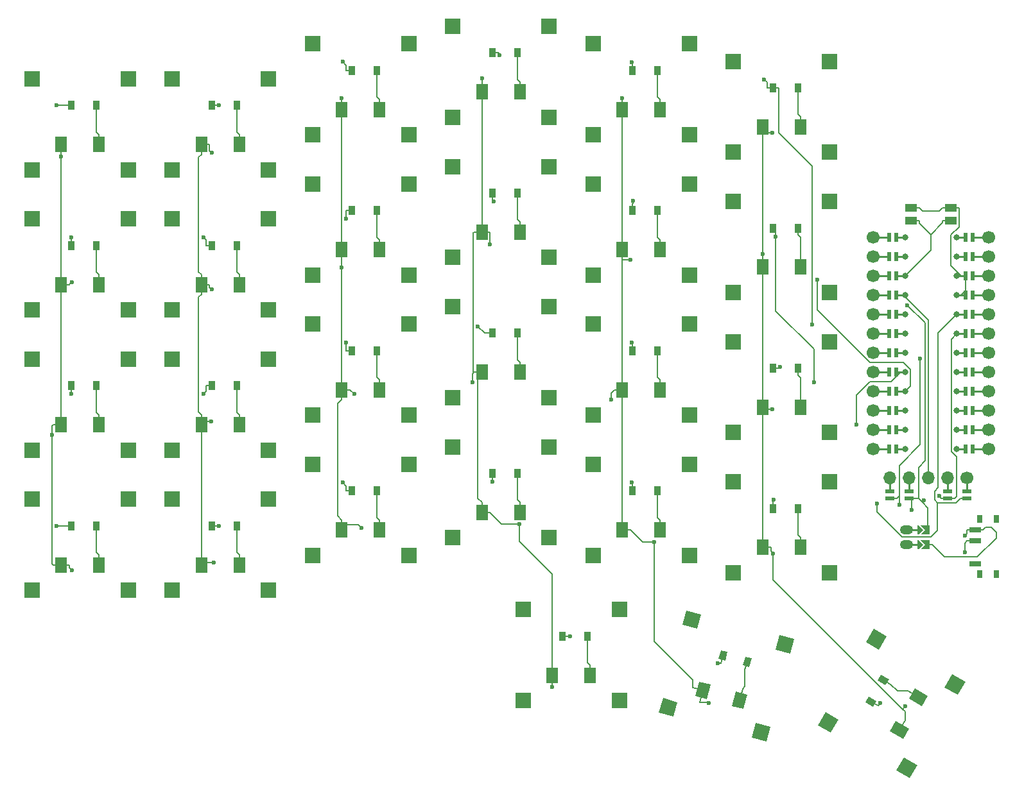
<source format=gtl>
G04 #@! TF.GenerationSoftware,KiCad,Pcbnew,8.0.8+1*
G04 #@! TF.CreationDate,2025-03-02T13:35:21+00:00*
G04 #@! TF.ProjectId,zeph_wireless_autorouted,7a657068-5f77-4697-9265-6c6573735f61,0.2*
G04 #@! TF.SameCoordinates,Original*
G04 #@! TF.FileFunction,Copper,L1,Top*
G04 #@! TF.FilePolarity,Positive*
%FSLAX46Y46*%
G04 Gerber Fmt 4.6, Leading zero omitted, Abs format (unit mm)*
G04 Created by KiCad (PCBNEW 8.0.8+1) date 2025-03-02 13:35:21*
%MOMM*%
%LPD*%
G01*
G04 APERTURE LIST*
G04 #@! TA.AperFunction,SMDPad,CuDef*
%ADD10R,0.900000X1.200000*%
G04 #@! TD*
G04 #@! TA.AperFunction,SMDPad,CuDef*
%ADD11R,1.550000X2.000000*%
G04 #@! TD*
G04 #@! TA.AperFunction,SMDPad,CuDef*
%ADD12R,2.000000X2.000000*%
G04 #@! TD*
G04 #@! TA.AperFunction,ComponentPad*
%ADD13O,1.700000X1.700000*%
G04 #@! TD*
G04 #@! TA.AperFunction,ComponentPad*
%ADD14C,1.700000*%
G04 #@! TD*
G04 #@! TA.AperFunction,SMDPad,CuDef*
%ADD15R,1.200000X0.600000*%
G04 #@! TD*
G04 #@! TA.AperFunction,SMDPad,CuDef*
%ADD16R,1.550000X1.000000*%
G04 #@! TD*
G04 #@! TA.AperFunction,SMDPad,CuDef*
%ADD17R,0.800000X1.000000*%
G04 #@! TD*
G04 #@! TA.AperFunction,SMDPad,CuDef*
%ADD18R,1.500000X0.700000*%
G04 #@! TD*
G04 #@! TA.AperFunction,SMDPad,CuDef*
%ADD19R,0.600000X1.200000*%
G04 #@! TD*
G04 #@! TA.AperFunction,ComponentPad*
%ADD20C,0.800000*%
G04 #@! TD*
G04 #@! TA.AperFunction,ComponentPad*
%ADD21O,1.750000X1.200000*%
G04 #@! TD*
G04 #@! TA.AperFunction,ViaPad*
%ADD22C,0.600000*%
G04 #@! TD*
G04 #@! TA.AperFunction,Conductor*
%ADD23C,0.200000*%
G04 #@! TD*
G04 #@! TA.AperFunction,Conductor*
%ADD24C,0.250000*%
G04 #@! TD*
G04 APERTURE END LIST*
D10*
X191350000Y-95187500D03*
X194650000Y-95187500D03*
D11*
X171500000Y-61025000D03*
X176500000Y-61025000D03*
D12*
X167650000Y-52375000D03*
X167650000Y-64375000D03*
X180350000Y-52375000D03*
X180350000Y-64375000D03*
D10*
X172850000Y-74375000D03*
X176150000Y-74375000D03*
D11*
X190000000Y-81837500D03*
X195000000Y-81837500D03*
D12*
X186150000Y-73187500D03*
X186150000Y-85187500D03*
X198850000Y-73187500D03*
X198850000Y-85187500D03*
D11*
X134500000Y-98025000D03*
X139500000Y-98025000D03*
D12*
X130650000Y-89375000D03*
X130650000Y-101375000D03*
X143350000Y-89375000D03*
X143350000Y-101375000D03*
D11*
X171500000Y-42525000D03*
X176500000Y-42525000D03*
D12*
X167650000Y-33875000D03*
X167650000Y-45875000D03*
X180350000Y-33875000D03*
X180350000Y-45875000D03*
D10*
X172850000Y-92875000D03*
X176150000Y-92875000D03*
D13*
X206817000Y-91200000D03*
X209357000Y-91200000D03*
X211897000Y-91200000D03*
X214437000Y-91200000D03*
D14*
X216977000Y-91200000D03*
D15*
X206817000Y-93850000D03*
X209357000Y-93850000D03*
X214437000Y-93850000D03*
X216977000Y-93850000D03*
X206817000Y-92950000D03*
X209357000Y-92950000D03*
X214437000Y-92950000D03*
X216977000Y-92950000D03*
D10*
X154350000Y-35062500D03*
X157650000Y-35062500D03*
X98850000Y-42000000D03*
X102150000Y-42000000D03*
X191350000Y-58187500D03*
X194650000Y-58187500D03*
X172850000Y-37375000D03*
X176150000Y-37375000D03*
X135850000Y-55875000D03*
X139150000Y-55875000D03*
D11*
X134500000Y-79525000D03*
X139500000Y-79525000D03*
D12*
X130650000Y-70875000D03*
X130650000Y-82875000D03*
X143350000Y-70875000D03*
X143350000Y-82875000D03*
D10*
X135850000Y-92875000D03*
X139150000Y-92875000D03*
D16*
X214829000Y-55497500D03*
X214829000Y-57197500D03*
X209579000Y-55497500D03*
X209579000Y-57197500D03*
D10*
X191350000Y-76687500D03*
X194650000Y-76687500D03*
D17*
X218665000Y-96600000D03*
X218665000Y-103900000D03*
X220875000Y-96600000D03*
X220875000Y-103900000D03*
D18*
X218015000Y-102500000D03*
X218015000Y-99500000D03*
X218015000Y-98000000D03*
D11*
X171500000Y-98025000D03*
X176500000Y-98025000D03*
D12*
X167650000Y-89375000D03*
X167650000Y-101375000D03*
X180350000Y-89375000D03*
X180350000Y-101375000D03*
D19*
X217684000Y-59420000D03*
D14*
X219824000Y-59420000D03*
D19*
X217684000Y-61960000D03*
D14*
X219824000Y-61960000D03*
D19*
X217684000Y-64500000D03*
D14*
X219824000Y-64500000D03*
D19*
X217684000Y-67040000D03*
D14*
X219824000Y-67040000D03*
D19*
X217684000Y-69580000D03*
D14*
X219824000Y-69580000D03*
D19*
X217684000Y-72120000D03*
D14*
X219824000Y-72120000D03*
D19*
X217684000Y-74660000D03*
D14*
X219824000Y-74660000D03*
D19*
X217684000Y-77200000D03*
D14*
X219824000Y-77200000D03*
D19*
X217684000Y-79740000D03*
D14*
X219824000Y-79740000D03*
D19*
X217684000Y-82280000D03*
D14*
X219824000Y-82280000D03*
D19*
X217684000Y-84820000D03*
D14*
X219824000Y-84820000D03*
D19*
X217684000Y-87360000D03*
D14*
X219824000Y-87360000D03*
X204584000Y-87360000D03*
D19*
X206724000Y-87360000D03*
D14*
X204584000Y-84820000D03*
D19*
X206724000Y-84820000D03*
D14*
X204584000Y-82280000D03*
D19*
X206724000Y-82280000D03*
D14*
X204584000Y-79740000D03*
D19*
X206724000Y-79740000D03*
D14*
X204584000Y-77200000D03*
D19*
X206724000Y-77200000D03*
D14*
X204584000Y-74660000D03*
D19*
X206724000Y-74660000D03*
D14*
X204584000Y-72120000D03*
D19*
X206724000Y-72120000D03*
D14*
X204584000Y-69580000D03*
D19*
X206724000Y-69580000D03*
D14*
X204584000Y-67040000D03*
D19*
X206724000Y-67040000D03*
D14*
X204584000Y-64500000D03*
D19*
X206724000Y-64500000D03*
D14*
X204584000Y-61960000D03*
D19*
X206724000Y-61960000D03*
D14*
X204584000Y-59420000D03*
D19*
X206724000Y-59420000D03*
D20*
X215604000Y-59420000D03*
D19*
X216784000Y-59420000D03*
D20*
X215604000Y-61960000D03*
D19*
X216784000Y-61960000D03*
D20*
X215604000Y-64500000D03*
D19*
X216784000Y-64500000D03*
D20*
X215604000Y-67040000D03*
D19*
X216784000Y-67040000D03*
D20*
X215604000Y-69580000D03*
D19*
X216784000Y-69580000D03*
D20*
X215604000Y-72120000D03*
D19*
X216784000Y-72120000D03*
D20*
X215604000Y-74660000D03*
D19*
X216784000Y-74660000D03*
D20*
X215604000Y-77200000D03*
D19*
X216784000Y-77200000D03*
D20*
X215604000Y-79740000D03*
D19*
X216784000Y-79740000D03*
D20*
X215604000Y-82280000D03*
D19*
X216784000Y-82280000D03*
D20*
X215604000Y-84820000D03*
D19*
X216784000Y-84820000D03*
D20*
X215604000Y-87360000D03*
D19*
X216784000Y-87360000D03*
X207624000Y-87360000D03*
D20*
X208804000Y-87360000D03*
D19*
X207624000Y-84820000D03*
D20*
X208804000Y-84820000D03*
D19*
X207624000Y-82280000D03*
D20*
X208804000Y-82280000D03*
D19*
X207624000Y-79740000D03*
D20*
X208804000Y-79740000D03*
D19*
X207624000Y-77200000D03*
D20*
X208804000Y-77200000D03*
D19*
X207624000Y-74660000D03*
D20*
X208804000Y-74660000D03*
D19*
X207624000Y-72120000D03*
D20*
X208804000Y-72120000D03*
D19*
X207624000Y-69580000D03*
D20*
X208804000Y-69580000D03*
D19*
X207624000Y-67040000D03*
D20*
X208804000Y-67040000D03*
D19*
X207624000Y-64500000D03*
D20*
X208804000Y-64500000D03*
D19*
X207624000Y-61960000D03*
D20*
X208804000Y-61960000D03*
D19*
X207624000Y-59420000D03*
D20*
X208804000Y-59420000D03*
D11*
X162250000Y-117212500D03*
X167250000Y-117212500D03*
D12*
X158400000Y-108562500D03*
X158400000Y-120562500D03*
X171100000Y-108562500D03*
X171100000Y-120562500D03*
D10*
X117350000Y-60500000D03*
X120650000Y-60500000D03*
X98850000Y-60500000D03*
X102150000Y-60500000D03*
X98850000Y-79000000D03*
X102150000Y-79000000D03*
G04 #@! TA.AperFunction,SMDPad,CuDef*
G36*
X210816000Y-100600000D02*
G01*
X211416000Y-100000000D01*
X210816000Y-99400000D01*
X212066000Y-99400000D01*
X212066000Y-100600000D01*
X210816000Y-100600000D01*
G37*
G04 #@! TD.AperFunction*
G04 #@! TA.AperFunction,SMDPad,CuDef*
G36*
X210816000Y-98600000D02*
G01*
X211416000Y-98000000D01*
X210816000Y-97400000D01*
X212066000Y-97400000D01*
X212066000Y-98600000D01*
X210816000Y-98600000D01*
G37*
G04 #@! TD.AperFunction*
D21*
X209000000Y-100000000D03*
X209000000Y-98000000D03*
G04 #@! TA.AperFunction,SMDPad,CuDef*
G36*
X210600000Y-100600000D02*
G01*
X210400000Y-100600000D01*
X210400000Y-99400000D01*
X210600000Y-99400000D01*
X211200000Y-100000000D01*
X210600000Y-100600000D01*
G37*
G04 #@! TD.AperFunction*
G04 #@! TA.AperFunction,SMDPad,CuDef*
G36*
X210600000Y-98600000D02*
G01*
X210400000Y-98600000D01*
X210400000Y-97400000D01*
X210600000Y-97400000D01*
X211200000Y-98000000D01*
X210600000Y-98600000D01*
G37*
G04 #@! TD.AperFunction*
D11*
X97500000Y-84150000D03*
X102500000Y-84150000D03*
D12*
X93650000Y-75500000D03*
X93650000Y-87500000D03*
X106350000Y-75500000D03*
X106350000Y-87500000D03*
D11*
X190000000Y-44837500D03*
X195000000Y-44837500D03*
D12*
X186150000Y-36187500D03*
X186150000Y-48187500D03*
X198850000Y-36187500D03*
X198850000Y-48187500D03*
D10*
X135850000Y-37375000D03*
X139150000Y-37375000D03*
X154350000Y-72062500D03*
X157650000Y-72062500D03*
D11*
X171500000Y-79525000D03*
X176500000Y-79525000D03*
D12*
X167650000Y-70875000D03*
X167650000Y-82875000D03*
X180350000Y-70875000D03*
X180350000Y-82875000D03*
D10*
X98850000Y-97500000D03*
X102150000Y-97500000D03*
D11*
X153000000Y-40212500D03*
X158000000Y-40212500D03*
D12*
X149150000Y-31562500D03*
X149150000Y-43562500D03*
X161850000Y-31562500D03*
X161850000Y-43562500D03*
D10*
X154350000Y-90562500D03*
X157650000Y-90562500D03*
X117350000Y-97500000D03*
X120650000Y-97500000D03*
D11*
X153000000Y-58712500D03*
X158000000Y-58712500D03*
D12*
X149150000Y-50062500D03*
X149150000Y-62062500D03*
X161850000Y-50062500D03*
X161850000Y-62062500D03*
G04 #@! TA.AperFunction,SMDPad,CuDef*
G36*
X208537292Y-125608434D02*
G01*
X206805242Y-124608434D01*
X207580242Y-123266094D01*
X209312292Y-124266094D01*
X208537292Y-125608434D01*
G37*
G04 #@! TD.AperFunction*
G04 #@! TA.AperFunction,SMDPad,CuDef*
G36*
X211037291Y-121278306D02*
G01*
X209305241Y-120278306D01*
X210080241Y-118935966D01*
X211812291Y-119935966D01*
X211037291Y-121278306D01*
G37*
G04 #@! TD.AperFunction*
G04 #@! TA.AperFunction,SMDPad,CuDef*
G36*
X199008673Y-124812486D02*
G01*
X197276623Y-123812486D01*
X198276623Y-122080436D01*
X200008673Y-123080436D01*
X199008673Y-124812486D01*
G37*
G04 #@! TD.AperFunction*
G04 #@! TA.AperFunction,SMDPad,CuDef*
G36*
X209400977Y-130812486D02*
G01*
X207668927Y-129812486D01*
X208668927Y-128080436D01*
X210400977Y-129080436D01*
X209400977Y-130812486D01*
G37*
G04 #@! TD.AperFunction*
G04 #@! TA.AperFunction,SMDPad,CuDef*
G36*
X205358673Y-113813964D02*
G01*
X203626623Y-112813964D01*
X204626623Y-111081914D01*
X206358673Y-112081914D01*
X205358673Y-113813964D01*
G37*
G04 #@! TD.AperFunction*
G04 #@! TA.AperFunction,SMDPad,CuDef*
G36*
X215750977Y-119813964D02*
G01*
X214018927Y-118813964D01*
X215018927Y-117081914D01*
X216750977Y-118081914D01*
X215750977Y-119813964D01*
G37*
G04 #@! TD.AperFunction*
G04 #@! TA.AperFunction,SMDPad,CuDef*
G36*
X181141903Y-119990497D02*
G01*
X181659542Y-118058645D01*
X183156727Y-118459815D01*
X182639088Y-120391667D01*
X181141903Y-119990497D01*
G37*
G04 #@! TD.AperFunction*
G04 #@! TA.AperFunction,SMDPad,CuDef*
G36*
X185971532Y-121284592D02*
G01*
X186489171Y-119352740D01*
X187986356Y-119753910D01*
X187468717Y-121685762D01*
X185971532Y-121284592D01*
G37*
G04 #@! TD.AperFunction*
G04 #@! TA.AperFunction,SMDPad,CuDef*
G36*
X179444540Y-110580551D02*
G01*
X179962178Y-108648699D01*
X181894030Y-109166337D01*
X181376392Y-111098189D01*
X179444540Y-110580551D01*
G37*
G04 #@! TD.AperFunction*
G04 #@! TA.AperFunction,SMDPad,CuDef*
G36*
X176338712Y-122171661D02*
G01*
X176856350Y-120239809D01*
X178788202Y-120757447D01*
X178270564Y-122689299D01*
X176338712Y-122171661D01*
G37*
G04 #@! TD.AperFunction*
G04 #@! TA.AperFunction,SMDPad,CuDef*
G36*
X191711798Y-113867553D02*
G01*
X192229436Y-111935701D01*
X194161288Y-112453339D01*
X193643650Y-114385191D01*
X191711798Y-113867553D01*
G37*
G04 #@! TD.AperFunction*
G04 #@! TA.AperFunction,SMDPad,CuDef*
G36*
X188605970Y-125458663D02*
G01*
X189123608Y-123526811D01*
X191055460Y-124044449D01*
X190537822Y-125976301D01*
X188605970Y-125458663D01*
G37*
G04 #@! TD.AperFunction*
D11*
X97500000Y-47150000D03*
X102500000Y-47150000D03*
D12*
X93650000Y-38500000D03*
X93650000Y-50500000D03*
X106350000Y-38500000D03*
X106350000Y-50500000D03*
D11*
X97500000Y-65650000D03*
X102500000Y-65650000D03*
D12*
X93650000Y-57000000D03*
X93650000Y-69000000D03*
X106350000Y-57000000D03*
X106350000Y-69000000D03*
D11*
X190000000Y-63337500D03*
X195000000Y-63337500D03*
D12*
X186150000Y-54687500D03*
X186150000Y-66687500D03*
X198850000Y-54687500D03*
X198850000Y-66687500D03*
D11*
X116000000Y-65650000D03*
X121000000Y-65650000D03*
D12*
X112150000Y-57000000D03*
X112150000Y-69000000D03*
X124850000Y-57000000D03*
X124850000Y-69000000D03*
G04 #@! TA.AperFunction,SMDPad,CuDef*
G36*
X204568415Y-121382853D02*
G01*
X203529185Y-120782853D01*
X203979185Y-120003431D01*
X205018415Y-120603431D01*
X204568415Y-121382853D01*
G37*
G04 #@! TD.AperFunction*
G04 #@! TA.AperFunction,SMDPad,CuDef*
G36*
X206218415Y-118524969D02*
G01*
X205179185Y-117924969D01*
X205629185Y-117145547D01*
X206668415Y-117745547D01*
X206218415Y-118524969D01*
G37*
G04 #@! TD.AperFunction*
D11*
X153000000Y-77212500D03*
X158000000Y-77212500D03*
D12*
X149150000Y-68562500D03*
X149150000Y-80562500D03*
X161850000Y-68562500D03*
X161850000Y-80562500D03*
D11*
X134500000Y-42525000D03*
X139500000Y-42525000D03*
D12*
X130650000Y-33875000D03*
X130650000Y-45875000D03*
X143350000Y-33875000D03*
X143350000Y-45875000D03*
D10*
X163600000Y-112062500D03*
X166900000Y-112062500D03*
X154350000Y-53562500D03*
X157650000Y-53562500D03*
D11*
X116000000Y-47150000D03*
X121000000Y-47150000D03*
D12*
X112150000Y-38500000D03*
X112150000Y-50500000D03*
X124850000Y-38500000D03*
X124850000Y-50500000D03*
D10*
X191350000Y-39687500D03*
X194650000Y-39687500D03*
X117350000Y-79000000D03*
X120650000Y-79000000D03*
G04 #@! TA.AperFunction,SMDPad,CuDef*
G36*
X184196264Y-115063137D02*
G01*
X184506847Y-113904026D01*
X185376180Y-114136963D01*
X185065597Y-115296074D01*
X184196264Y-115063137D01*
G37*
G04 #@! TD.AperFunction*
G04 #@! TA.AperFunction,SMDPad,CuDef*
G36*
X187383820Y-115917237D02*
G01*
X187694403Y-114758126D01*
X188563736Y-114991063D01*
X188253153Y-116150174D01*
X187383820Y-115917237D01*
G37*
G04 #@! TD.AperFunction*
D11*
X116000000Y-102650000D03*
X121000000Y-102650000D03*
D12*
X112150000Y-94000000D03*
X112150000Y-106000000D03*
X124850000Y-94000000D03*
X124850000Y-106000000D03*
D11*
X97500000Y-102650000D03*
X102500000Y-102650000D03*
D12*
X93650000Y-94000000D03*
X93650000Y-106000000D03*
X106350000Y-94000000D03*
X106350000Y-106000000D03*
D11*
X153000000Y-95712500D03*
X158000000Y-95712500D03*
D12*
X149150000Y-87062500D03*
X149150000Y-99062500D03*
X161850000Y-87062500D03*
X161850000Y-99062500D03*
D10*
X117350000Y-42000000D03*
X120650000Y-42000000D03*
D11*
X134500000Y-61025000D03*
X139500000Y-61025000D03*
D12*
X130650000Y-52375000D03*
X130650000Y-64375000D03*
X143350000Y-52375000D03*
X143350000Y-64375000D03*
D10*
X172850000Y-55875000D03*
X176150000Y-55875000D03*
X135850000Y-74375000D03*
X139150000Y-74375000D03*
D11*
X190000000Y-100337500D03*
X195000000Y-100337500D03*
D12*
X186150000Y-91687500D03*
X186150000Y-103687500D03*
X198850000Y-91687500D03*
X198850000Y-103687500D03*
D11*
X116000000Y-84150000D03*
X121000000Y-84150000D03*
D12*
X112150000Y-75500000D03*
X112150000Y-87500000D03*
X124850000Y-75500000D03*
X124850000Y-87500000D03*
D22*
X97500000Y-48706500D03*
X96273900Y-85451700D03*
X98877500Y-65335100D03*
X98896300Y-103323700D03*
X117304600Y-83739700D03*
X117659300Y-102368700D03*
X117337100Y-66273100D03*
X117337100Y-48256500D03*
X137065800Y-97733800D03*
X134448000Y-63416400D03*
X136131500Y-80079800D03*
X134500000Y-41010700D03*
X154076700Y-60332100D03*
X202394500Y-84101300D03*
X157925300Y-97228800D03*
X151719700Y-78514200D03*
X162250000Y-118804100D03*
X153000000Y-38393300D03*
X170002200Y-80826700D03*
X197240300Y-65010300D03*
X172614800Y-62412900D03*
X175714700Y-99658500D03*
X182932400Y-120856900D03*
X171500000Y-41010700D03*
X191398300Y-101150000D03*
X190000000Y-61633900D03*
X191277700Y-82122300D03*
X191277700Y-45639100D03*
X208854900Y-121341700D03*
X154350000Y-91679200D03*
X134603700Y-91766300D03*
X96898000Y-97479300D03*
X191460800Y-94073300D03*
X172726600Y-91764700D03*
X118315200Y-97479300D03*
X98854900Y-80103900D03*
X116241800Y-80108200D03*
X192338200Y-76533300D03*
X172726600Y-73264400D03*
X135098300Y-73271900D03*
X152467000Y-71179500D03*
X172916100Y-54617900D03*
X154530200Y-54696200D03*
X98850000Y-59377000D03*
X135098300Y-56977300D03*
X191725900Y-59319000D03*
X116241800Y-59391800D03*
X196759500Y-78546700D03*
X96888200Y-41957500D03*
X172749800Y-36270200D03*
X118309200Y-41957500D03*
X190210700Y-38563000D03*
X196530500Y-70952900D03*
X155310300Y-35389200D03*
X134603700Y-36255400D03*
X164575900Y-112090300D03*
X205525400Y-120856900D03*
X184050300Y-115665600D03*
X216668100Y-101000000D03*
X209666000Y-95435500D03*
X211270100Y-94150800D03*
X209074700Y-68375000D03*
X205049100Y-94557100D03*
X213319900Y-93549100D03*
X208087000Y-94752900D03*
X210802400Y-75385000D03*
X216708000Y-98803400D03*
D23*
X97500000Y-48706500D02*
X97500000Y-65650000D01*
D24*
X207624000Y-69580000D02*
X208804000Y-69580000D01*
D23*
X98576700Y-102650000D02*
X98576700Y-103004100D01*
X96961700Y-102650000D02*
X96423300Y-102650000D01*
X97500000Y-84150000D02*
X96423300Y-84150000D01*
X96273900Y-85451700D02*
X96273900Y-102500600D01*
X96961700Y-102650000D02*
X97500000Y-102650000D01*
X98576700Y-65650000D02*
X98576700Y-65635900D01*
X96273900Y-84299400D02*
X96273900Y-85451700D01*
X97500000Y-83499100D02*
X97500000Y-84150000D01*
X97500000Y-65650000D02*
X98576700Y-65650000D01*
X97500000Y-65650000D02*
X97500000Y-82848300D01*
X96423300Y-84150000D02*
X96273900Y-84299400D01*
X97500000Y-47150000D02*
X97500000Y-48706500D01*
X98576700Y-103004100D02*
X98896300Y-103323700D01*
X98576700Y-65635900D02*
X98877500Y-65335100D01*
X97500000Y-83499100D02*
X97500000Y-82848300D01*
X96273900Y-102500600D02*
X96423300Y-102650000D01*
X97500000Y-102650000D02*
X98576700Y-102650000D01*
X115636200Y-82484500D02*
X116000000Y-82848300D01*
X117076700Y-47996100D02*
X117076700Y-47150000D01*
D24*
X207624000Y-72120000D02*
X208804000Y-72120000D01*
D23*
X116000000Y-65650000D02*
X117076700Y-65650000D01*
X115637300Y-48814400D02*
X115637300Y-63985600D01*
X116000000Y-47150000D02*
X116000000Y-48451700D01*
X116000000Y-83499100D02*
X116000000Y-82848300D01*
X116000000Y-83499100D02*
X116000000Y-83739700D01*
X116000000Y-66951700D02*
X115636200Y-67315500D01*
X116000000Y-84150000D02*
X116000000Y-102368700D01*
X115636200Y-67315500D02*
X115636200Y-82484500D01*
X116000000Y-65650000D02*
X116000000Y-66951700D01*
X116000000Y-83739700D02*
X117304600Y-83739700D01*
X115637300Y-63985600D02*
X116000000Y-64348300D01*
X116000000Y-64999100D02*
X116000000Y-64348300D01*
X116000000Y-83739700D02*
X116000000Y-84150000D01*
X116000000Y-102368700D02*
X116000000Y-102650000D01*
X116000000Y-48451700D02*
X115637300Y-48814400D01*
X117076700Y-66012700D02*
X117076700Y-65650000D01*
X116000000Y-64999100D02*
X116000000Y-65650000D01*
X116000000Y-47150000D02*
X117076700Y-47150000D01*
X117337100Y-66273100D02*
X117076700Y-66012700D01*
X116000000Y-102368700D02*
X117659300Y-102368700D01*
X117337100Y-48256500D02*
X117076700Y-47996100D01*
X134500000Y-97374100D02*
X134500000Y-96723300D01*
X134500000Y-60374100D02*
X134448000Y-60426100D01*
X134448000Y-60426100D02*
X134448000Y-63416400D01*
X136131500Y-80079800D02*
X135576700Y-79525000D01*
X134500000Y-42525000D02*
X134500000Y-41223300D01*
X134500000Y-41223300D02*
X134500000Y-41010700D01*
X133967000Y-81359700D02*
X133967000Y-96190300D01*
X134448000Y-78171300D02*
X134500000Y-78223300D01*
X134500000Y-97374100D02*
X136706100Y-97374100D01*
X136706100Y-97374100D02*
X137065800Y-97733800D01*
X134500000Y-61025000D02*
X134500000Y-60374100D01*
X134500000Y-42525000D02*
X134500000Y-43826700D01*
X134500000Y-98025000D02*
X134500000Y-97374100D01*
X134500000Y-79525000D02*
X134500000Y-78223300D01*
X134500000Y-79525000D02*
X135576700Y-79525000D01*
X133967000Y-96190300D02*
X134500000Y-96723300D01*
X134500000Y-79525000D02*
X134500000Y-80826700D01*
X134500000Y-43826700D02*
X134440400Y-43886300D01*
X134440400Y-43886300D02*
X134440400Y-59663700D01*
X134448000Y-63416400D02*
X134448000Y-78171300D01*
D24*
X207624000Y-74660000D02*
X208804000Y-74660000D01*
D23*
X134500000Y-60374100D02*
X134500000Y-59723300D01*
X134500000Y-80826700D02*
X133967000Y-81359700D01*
X134440400Y-59663700D02*
X134500000Y-59723300D01*
X153000000Y-58712500D02*
X151923300Y-58712500D01*
X151719700Y-77416100D02*
X151719700Y-78514200D01*
X152461700Y-77212500D02*
X151923300Y-77212500D01*
X162250000Y-117212500D02*
X162250000Y-103885800D01*
X206944000Y-78470000D02*
X204161900Y-78470000D01*
X204161900Y-78470000D02*
X202394500Y-80237400D01*
X152461700Y-93872500D02*
X153000000Y-94410800D01*
D24*
X207624000Y-77200000D02*
X208214000Y-77200000D01*
D23*
X153000000Y-58712500D02*
X154076700Y-58712500D01*
X208214000Y-77200000D02*
X206944000Y-78470000D01*
X151923300Y-58712500D02*
X151836600Y-58799200D01*
X153000000Y-40212500D02*
X153000000Y-38393300D01*
X155593000Y-97228800D02*
X154076700Y-95712500D01*
X152461700Y-77212500D02*
X152461700Y-93872500D01*
X154076700Y-58712500D02*
X154076700Y-60332100D01*
X153000000Y-40212500D02*
X153000000Y-58712500D01*
X151836600Y-77125800D02*
X151923300Y-77212500D01*
X202394500Y-80237400D02*
X202394500Y-84101300D01*
X153000000Y-95712500D02*
X153000000Y-94410800D01*
X157925300Y-99561100D02*
X157925300Y-97228800D01*
X162250000Y-103885800D02*
X157925300Y-99561100D01*
X153000000Y-95712500D02*
X154076700Y-95712500D01*
D24*
X208214000Y-77200000D02*
X208804000Y-77200000D01*
D23*
X151923300Y-77212500D02*
X151719700Y-77416100D01*
X162250000Y-117212500D02*
X162250000Y-118804100D01*
X157925300Y-97228800D02*
X155593000Y-97228800D01*
X153000000Y-77212500D02*
X152461700Y-77212500D01*
X151836600Y-58799200D02*
X151836600Y-77125800D01*
X209522100Y-76861600D02*
X208590500Y-75930000D01*
X204152000Y-75930000D02*
X197240300Y-69018300D01*
X181737700Y-120761200D02*
X182836700Y-120761200D01*
X170002200Y-79946100D02*
X170002200Y-80826700D01*
X208590500Y-75930000D02*
X204152000Y-75930000D01*
X172576700Y-98025000D02*
X174210200Y-99658500D01*
X170423300Y-79525000D02*
X170002200Y-79946100D01*
X209522100Y-79021900D02*
X209522100Y-76861600D01*
X171500000Y-41223300D02*
X171500000Y-41010700D01*
X171500000Y-62412900D02*
X172614800Y-62412900D01*
X180772400Y-118856300D02*
X180772400Y-117848300D01*
X208804000Y-79740000D02*
X209522100Y-79021900D01*
D24*
X207624000Y-79740000D02*
X208804000Y-79740000D01*
D23*
X171500000Y-61025000D02*
X171500000Y-62412900D01*
X171500000Y-79525000D02*
X170423300Y-79525000D01*
X171500000Y-79525000D02*
X171500000Y-98025000D01*
X180772400Y-117848300D02*
X175714700Y-112790600D01*
X197240300Y-69018300D02*
X197240300Y-65010300D01*
X171500000Y-42525000D02*
X171500000Y-61025000D01*
X182836700Y-120761200D02*
X182932400Y-120856900D01*
X171500000Y-62412900D02*
X171500000Y-79525000D01*
X182149300Y-119225200D02*
X181737700Y-120761200D01*
X175714700Y-112790600D02*
X175714700Y-99658500D01*
X171500000Y-42525000D02*
X171500000Y-41223300D01*
X171500000Y-98025000D02*
X172576700Y-98025000D01*
X182149300Y-119225200D02*
X180772400Y-118856300D01*
X174210200Y-99658500D02*
X175714700Y-99658500D01*
X190000000Y-82122300D02*
X191277700Y-82122300D01*
X190000000Y-82122300D02*
X190000000Y-100337500D01*
X191398300Y-104588400D02*
X208503300Y-121693300D01*
D24*
X207624000Y-82280000D02*
X208804000Y-82280000D01*
D23*
X191398300Y-101150000D02*
X191398300Y-104588400D01*
X191277700Y-45639100D02*
X190000000Y-45639100D01*
X190000000Y-44837500D02*
X190000000Y-45639100D01*
X190000000Y-45639100D02*
X190000000Y-61633900D01*
X190000000Y-63337500D02*
X190000000Y-81837500D01*
X191076700Y-100337500D02*
X191076700Y-100828400D01*
X191076700Y-100828400D02*
X191398300Y-101150000D01*
X208503300Y-121693300D02*
X208854900Y-121341700D01*
X208058800Y-124437300D02*
X208771600Y-123202700D01*
X208771600Y-121961700D02*
X208771600Y-123202700D01*
X190000000Y-81837500D02*
X190000000Y-82122300D01*
X190000000Y-100337500D02*
X191076700Y-100337500D01*
X190000000Y-61633900D02*
X190000000Y-63337500D01*
X208503300Y-121693300D02*
X208771600Y-121961700D01*
X118294500Y-97500000D02*
X118315200Y-97479300D01*
X172850000Y-92875000D02*
X172850000Y-91973300D01*
X135850000Y-92875000D02*
X135098300Y-92875000D01*
X191350000Y-94285800D02*
X191460800Y-94175000D01*
X117350000Y-97500000D02*
X118294500Y-97500000D01*
X96918700Y-97500000D02*
X96898000Y-97479300D01*
X135098300Y-92875000D02*
X135098300Y-92260900D01*
X135098300Y-92260900D02*
X134603700Y-91766300D01*
X172726600Y-91849900D02*
X172726600Y-91764700D01*
X191460800Y-94175000D02*
X191460800Y-94073300D01*
X172850000Y-91973300D02*
X172726600Y-91849900D01*
D24*
X216784000Y-84820000D02*
X215604000Y-84820000D01*
D23*
X98850000Y-97500000D02*
X96918700Y-97500000D01*
X191350000Y-95187500D02*
X191350000Y-94285800D01*
X154350000Y-91679200D02*
X154350000Y-90562500D01*
X98850000Y-79000000D02*
X98850000Y-79901700D01*
X116598300Y-79000000D02*
X116598300Y-79751700D01*
X135850000Y-74375000D02*
X135098300Y-74375000D01*
X172850000Y-73473300D02*
X172726600Y-73349900D01*
X117350000Y-79000000D02*
X116598300Y-79000000D01*
D24*
X216784000Y-82280000D02*
X215604000Y-82280000D01*
D23*
X191350000Y-76687500D02*
X192184000Y-76687500D01*
X116598300Y-79751700D02*
X116241800Y-80108200D01*
X98854900Y-79906600D02*
X98854900Y-80103900D01*
X172850000Y-74375000D02*
X172850000Y-73473300D01*
X192184000Y-76687500D02*
X192338200Y-76533300D01*
X172726600Y-73349900D02*
X172726600Y-73264400D01*
X135098300Y-74375000D02*
X135098300Y-73271900D01*
X153350000Y-72062500D02*
X152467000Y-71179500D01*
X98850000Y-79901700D02*
X98854900Y-79906600D01*
X154350000Y-72062500D02*
X153350000Y-72062500D01*
X172916100Y-54907200D02*
X172916100Y-54617900D01*
X172850000Y-54973300D02*
X172916100Y-54907200D01*
X117350000Y-60500000D02*
X116598300Y-60500000D01*
D24*
X216784000Y-79740000D02*
X215604000Y-79740000D01*
D23*
X98850000Y-59598300D02*
X98850000Y-59377000D01*
X98850000Y-60500000D02*
X98850000Y-59598300D01*
X191350000Y-58187500D02*
X191725900Y-58187500D01*
X191725900Y-58187500D02*
X191725900Y-59319000D01*
X154530200Y-54644400D02*
X154530200Y-54696200D01*
X135098300Y-55875000D02*
X135098300Y-56977300D01*
X154350000Y-54464200D02*
X154530200Y-54644400D01*
X172850000Y-55875000D02*
X172850000Y-54973300D01*
X196759500Y-74157800D02*
X196759500Y-78546700D01*
X135850000Y-55875000D02*
X135098300Y-55875000D01*
X116598300Y-59748300D02*
X116241800Y-59391800D01*
X154350000Y-53562500D02*
X154350000Y-54464200D01*
X191725900Y-69124200D02*
X196759500Y-74157800D01*
X116598300Y-60500000D02*
X116598300Y-59748300D01*
X191725900Y-59319000D02*
X191725900Y-69124200D01*
X192101700Y-45614300D02*
X196530500Y-50043100D01*
X118266700Y-42000000D02*
X118309200Y-41957500D01*
X135850000Y-37375000D02*
X135098300Y-37375000D01*
X192101700Y-39687500D02*
X192101700Y-45614300D01*
X135098300Y-36750000D02*
X134603700Y-36255400D01*
X155101700Y-35062500D02*
X155310300Y-35271100D01*
X191350000Y-39687500D02*
X192101700Y-39687500D01*
X155310300Y-35271100D02*
X155310300Y-35389200D01*
X196530500Y-50043100D02*
X196530500Y-70952900D01*
X96930700Y-42000000D02*
X96888200Y-41957500D01*
X190598300Y-39687500D02*
X190598300Y-38950600D01*
D24*
X216784000Y-77200000D02*
X215604000Y-77200000D01*
D23*
X172850000Y-36473300D02*
X172749800Y-36373100D01*
X117350000Y-42000000D02*
X118266700Y-42000000D01*
X172749800Y-36373100D02*
X172749800Y-36270200D01*
X135098300Y-37375000D02*
X135098300Y-36750000D01*
X172850000Y-37375000D02*
X172850000Y-36473300D01*
X98850000Y-42000000D02*
X96930700Y-42000000D01*
X191350000Y-39687500D02*
X190598300Y-39687500D01*
X190598300Y-38950600D02*
X190210700Y-38563000D01*
X154350000Y-35062500D02*
X155101700Y-35062500D01*
X205430600Y-121043400D02*
X205430600Y-120953300D01*
X184786200Y-114600000D02*
X184500700Y-115665600D01*
X205430600Y-120953300D02*
X205525400Y-120858500D01*
X184500700Y-115665600D02*
X184050300Y-115665600D01*
X205525400Y-120858500D02*
X205525400Y-120856900D01*
X205229300Y-121244700D02*
X205430600Y-121043400D01*
X163600000Y-112062500D02*
X164548100Y-112062500D01*
X204273800Y-120693100D02*
X205229300Y-121244700D01*
X164548100Y-112062500D02*
X164575900Y-112090300D01*
D24*
X216784000Y-87360000D02*
X215604000Y-87360000D01*
D23*
X102500000Y-102650000D02*
X102500000Y-101348300D01*
X102150000Y-100998300D02*
X102500000Y-101348300D01*
X102150000Y-97500000D02*
X102150000Y-100998300D01*
X102150000Y-82498300D02*
X102500000Y-82848300D01*
X102150000Y-79000000D02*
X102150000Y-82498300D01*
X102500000Y-84150000D02*
X102500000Y-82848300D01*
X102500000Y-65650000D02*
X102500000Y-64348300D01*
X102150000Y-60500000D02*
X102150000Y-63998300D01*
X102150000Y-63998300D02*
X102500000Y-64348300D01*
X102150000Y-45498300D02*
X102500000Y-45848300D01*
X102150000Y-42000000D02*
X102150000Y-45498300D01*
X102500000Y-47150000D02*
X102500000Y-45848300D01*
X121000000Y-102650000D02*
X121000000Y-101348300D01*
X120650000Y-100998300D02*
X121000000Y-101348300D01*
X120650000Y-97500000D02*
X120650000Y-100998300D01*
X120650000Y-82498300D02*
X121000000Y-82848300D01*
X121000000Y-84150000D02*
X121000000Y-82848300D01*
X120650000Y-79000000D02*
X120650000Y-82498300D01*
X120650000Y-60500000D02*
X120650000Y-63998300D01*
X121000000Y-65650000D02*
X121000000Y-64348300D01*
X120650000Y-63998300D02*
X121000000Y-64348300D01*
X120650000Y-45498300D02*
X121000000Y-45848300D01*
X120650000Y-42000000D02*
X120650000Y-45498300D01*
X121000000Y-47150000D02*
X121000000Y-45848300D01*
X139150000Y-92875000D02*
X139150000Y-96373300D01*
X139150000Y-96373300D02*
X139500000Y-96723300D01*
X139500000Y-98025000D02*
X139500000Y-96723300D01*
X139150000Y-74375000D02*
X139150000Y-77873300D01*
X139500000Y-79525000D02*
X139500000Y-78223300D01*
X139150000Y-77873300D02*
X139500000Y-78223300D01*
X139150000Y-55875000D02*
X139150000Y-59373300D01*
X139500000Y-61025000D02*
X139500000Y-59723300D01*
X139150000Y-59373300D02*
X139500000Y-59723300D01*
X139150000Y-40873300D02*
X139500000Y-41223300D01*
X139150000Y-37375000D02*
X139150000Y-40873300D01*
X139500000Y-42525000D02*
X139500000Y-41223300D01*
X157650000Y-94060800D02*
X158000000Y-94410800D01*
X158000000Y-95712500D02*
X158000000Y-94410800D01*
X157650000Y-90562500D02*
X157650000Y-94060800D01*
X158000000Y-77212500D02*
X158000000Y-75910800D01*
X157650000Y-72062500D02*
X157650000Y-75560800D01*
X157650000Y-75560800D02*
X158000000Y-75910800D01*
X158000000Y-58712500D02*
X158000000Y-57410800D01*
X157650000Y-53562500D02*
X157650000Y-57060800D01*
X157650000Y-57060800D02*
X158000000Y-57410800D01*
X158000000Y-40212500D02*
X158000000Y-38910800D01*
X157650000Y-35062500D02*
X157650000Y-38560800D01*
X157650000Y-38560800D02*
X158000000Y-38910800D01*
X176150000Y-96373300D02*
X176500000Y-96723300D01*
X176150000Y-92875000D02*
X176150000Y-96373300D01*
X176500000Y-98025000D02*
X176500000Y-96723300D01*
X176500000Y-79525000D02*
X176500000Y-78223300D01*
X176150000Y-74375000D02*
X176150000Y-77873300D01*
X176150000Y-77873300D02*
X176500000Y-78223300D01*
X176500000Y-61025000D02*
X176500000Y-59723300D01*
X176150000Y-59373300D02*
X176500000Y-59723300D01*
X176150000Y-55875000D02*
X176150000Y-59373300D01*
X176150000Y-37375000D02*
X176150000Y-40873300D01*
X176150000Y-40873300D02*
X176500000Y-41223300D01*
X176500000Y-42525000D02*
X176500000Y-41223300D01*
X195000000Y-100337500D02*
X195000000Y-99035800D01*
X194650000Y-95187500D02*
X194650000Y-98685800D01*
X194650000Y-98685800D02*
X195000000Y-99035800D01*
X194650000Y-77589200D02*
X195000000Y-77939200D01*
X195000000Y-77939200D02*
X195000000Y-81837500D01*
X194650000Y-76687500D02*
X194650000Y-77589200D01*
X195000000Y-59439200D02*
X195000000Y-63337500D01*
X194650000Y-59089200D02*
X195000000Y-59439200D01*
X194650000Y-58187500D02*
X194650000Y-59089200D01*
X194650000Y-39687500D02*
X194650000Y-43185800D01*
X195000000Y-44837500D02*
X195000000Y-43535800D01*
X194650000Y-43185800D02*
X195000000Y-43535800D01*
X166900000Y-115560800D02*
X167250000Y-115910800D01*
X167250000Y-117212500D02*
X167250000Y-115910800D01*
X166900000Y-112062500D02*
X166900000Y-115560800D01*
X187688400Y-118685300D02*
X187390500Y-118983200D01*
X187688300Y-116519700D02*
X187688400Y-116519700D01*
X187973800Y-115454200D02*
X187688300Y-116519700D01*
X186978900Y-120519300D02*
X187390500Y-118983200D01*
X187688400Y-116519700D02*
X187688400Y-118685300D01*
X210558800Y-120107100D02*
X209181600Y-119312000D01*
X205923800Y-117835300D02*
X206879200Y-118386900D01*
X206879200Y-118386900D02*
X207804300Y-119312000D01*
X207804300Y-119312000D02*
X209181600Y-119312000D01*
D24*
X207624000Y-59420000D02*
X208804000Y-59420000D01*
D23*
X216668100Y-99795200D02*
X216668100Y-101000000D01*
X216963300Y-99500000D02*
X216668100Y-99795200D01*
X218015000Y-99500000D02*
X216963300Y-99500000D01*
X214859000Y-59070200D02*
X214859000Y-63165000D01*
X216194000Y-67040000D02*
X216784000Y-66450000D01*
D24*
X216194000Y-67040000D02*
X215604000Y-67040000D01*
D23*
X209666000Y-93850000D02*
X210258700Y-93850000D01*
X213752300Y-55497500D02*
X213327300Y-55922500D01*
X211816000Y-95112500D02*
X211062200Y-94358700D01*
D24*
X207624000Y-61960000D02*
X208804000Y-61960000D01*
X216784000Y-67040000D02*
X216194000Y-67040000D01*
D23*
X213327300Y-55922500D02*
X211080700Y-55922500D01*
X215905700Y-58023500D02*
X214859000Y-59070200D01*
X211062200Y-94358700D02*
X211270100Y-94150800D01*
D24*
X216194000Y-64500000D02*
X215604000Y-64500000D01*
D23*
X210258700Y-93850000D02*
X210553500Y-93850000D01*
D24*
X216784000Y-64500000D02*
X216194000Y-64500000D01*
D23*
X211404200Y-70704500D02*
X209074700Y-68375000D01*
X216784000Y-66450000D02*
X216784000Y-64500000D01*
X211062200Y-94358700D02*
X210553500Y-93850000D01*
X211080700Y-55922500D02*
X210655700Y-55497500D01*
X210553500Y-89769300D02*
X211404200Y-88918600D01*
X209579000Y-55497500D02*
X210655700Y-55497500D01*
X214859000Y-63165000D02*
X216194000Y-64500000D01*
X214290700Y-55497500D02*
X214829000Y-55497500D01*
X209357000Y-93850000D02*
X209666000Y-93850000D01*
X214290700Y-55497500D02*
X213752300Y-55497500D01*
X211816000Y-98000000D02*
X211816000Y-95112500D01*
X214829000Y-55497500D02*
X215905700Y-55497500D01*
X211404200Y-88918600D02*
X211404200Y-70704500D01*
X210553500Y-93850000D02*
X210553500Y-89769300D01*
X215905700Y-55497500D02*
X215905700Y-58023500D01*
X209666000Y-93850000D02*
X209666000Y-95435500D01*
D24*
X207624000Y-64500000D02*
X208804000Y-64500000D01*
D23*
X209579000Y-57197500D02*
X210655700Y-57197500D01*
X212193300Y-59050800D02*
X210655700Y-57513300D01*
X213752300Y-57197500D02*
X213752300Y-57491800D01*
X210655700Y-57513300D02*
X210655700Y-57197500D01*
X213752300Y-57491800D02*
X212193300Y-59050800D01*
X212193200Y-61110800D02*
X208804000Y-64500000D01*
X214829000Y-57197500D02*
X213752300Y-57197500D01*
X212193300Y-59050800D02*
X212193200Y-59050900D01*
X212193200Y-59050900D02*
X212193200Y-61110800D01*
X211897000Y-70346400D02*
X208590600Y-67040000D01*
X208590600Y-67040000D02*
X208214000Y-67040000D01*
X211897000Y-91200000D02*
X211897000Y-70346400D01*
D24*
X208214000Y-67040000D02*
X208804000Y-67040000D01*
X207624000Y-67040000D02*
X208214000Y-67040000D01*
X207624000Y-84820000D02*
X208804000Y-84820000D01*
X207624000Y-87360000D02*
X208804000Y-87360000D01*
X216784000Y-59420000D02*
X215604000Y-59420000D01*
X216784000Y-61960000D02*
X215604000Y-61960000D01*
D23*
X213167000Y-72017000D02*
X213167000Y-92440600D01*
X216075300Y-93850000D02*
X215473500Y-94451800D01*
D24*
X216784000Y-69580000D02*
X215604000Y-69580000D01*
D23*
X212184100Y-98946100D02*
X208378500Y-98946100D01*
X208378500Y-98946100D02*
X205049100Y-95616700D01*
X205049100Y-95616700D02*
X205049100Y-94557100D01*
X213167000Y-92440600D02*
X212683100Y-92924500D01*
X215604000Y-69580000D02*
X213167000Y-72017000D01*
X212683100Y-94070000D02*
X213064900Y-94451800D01*
X212683100Y-92924500D02*
X212683100Y-94070000D01*
X213064900Y-98065300D02*
X212184100Y-98946100D01*
X216977000Y-93850000D02*
X216075300Y-93850000D01*
X215473500Y-94451800D02*
X213064900Y-94451800D01*
X213064900Y-94451800D02*
X213064900Y-98065300D01*
X213986200Y-93850000D02*
X213535300Y-93850000D01*
X214437000Y-93850000D02*
X215338700Y-93850000D01*
X215338700Y-93850000D02*
X215593100Y-93595600D01*
X214885400Y-72838600D02*
X215604000Y-72120000D01*
X214885400Y-87651200D02*
X214885400Y-72838600D01*
X213986200Y-93850000D02*
X214437000Y-93850000D01*
X215593100Y-93595600D02*
X215593100Y-88358900D01*
X215593100Y-88358900D02*
X214885400Y-87651200D01*
X213535300Y-93850000D02*
X213319900Y-93634600D01*
D24*
X216784000Y-72120000D02*
X215604000Y-72120000D01*
D23*
X213319900Y-93634600D02*
X213319900Y-93549100D01*
X208016300Y-93552400D02*
X208016400Y-93552400D01*
X208016400Y-93552400D02*
X208016400Y-89575700D01*
X208016400Y-93552400D02*
X208087000Y-93623000D01*
X208016400Y-89575700D02*
X210802400Y-86789700D01*
X206817000Y-93850000D02*
X207718700Y-93850000D01*
X210802400Y-86789700D02*
X210802400Y-75385000D01*
X208087000Y-93623000D02*
X208087000Y-94752900D01*
X207718700Y-93850000D02*
X208016300Y-93552400D01*
D24*
X216784000Y-74660000D02*
X215604000Y-74660000D01*
X204584000Y-59420000D02*
X206704000Y-59420000D01*
D23*
X206704000Y-59420000D02*
X206724000Y-59420000D01*
D24*
X217704000Y-59420000D02*
X219824000Y-59420000D01*
D23*
X217704000Y-59420000D02*
X217684000Y-59420000D01*
D24*
X204584000Y-61960000D02*
X206704000Y-61960000D01*
D23*
X206704000Y-61960000D02*
X206724000Y-61960000D01*
X217704000Y-61960000D02*
X217684000Y-61960000D01*
D24*
X217704000Y-61960000D02*
X219824000Y-61960000D01*
D23*
X206704000Y-64500000D02*
X206724000Y-64500000D01*
D24*
X204584000Y-64500000D02*
X206704000Y-64500000D01*
X217704000Y-64500000D02*
X219824000Y-64500000D01*
D23*
X217704000Y-64500000D02*
X217684000Y-64500000D01*
X206704000Y-67040000D02*
X206724000Y-67040000D01*
D24*
X204584000Y-67040000D02*
X206704000Y-67040000D01*
X217704000Y-67040000D02*
X219824000Y-67040000D01*
D23*
X217704000Y-67040000D02*
X217684000Y-67040000D01*
D24*
X204584000Y-69580000D02*
X206704000Y-69580000D01*
D23*
X206704000Y-69580000D02*
X206724000Y-69580000D01*
D24*
X217704000Y-69580000D02*
X219824000Y-69580000D01*
D23*
X217704000Y-69580000D02*
X217684000Y-69580000D01*
D24*
X204584000Y-72120000D02*
X206704000Y-72120000D01*
D23*
X206704000Y-72120000D02*
X206724000Y-72120000D01*
X217704000Y-72120000D02*
X217684000Y-72120000D01*
D24*
X217704000Y-72120000D02*
X219824000Y-72120000D01*
X204584000Y-74660000D02*
X206704000Y-74660000D01*
D23*
X206704000Y-74660000D02*
X206724000Y-74660000D01*
X217704000Y-74660000D02*
X217684000Y-74660000D01*
D24*
X217704000Y-74660000D02*
X219824000Y-74660000D01*
D23*
X206704000Y-77200000D02*
X206724000Y-77200000D01*
D24*
X204584000Y-77200000D02*
X206704000Y-77200000D01*
X217704000Y-77200000D02*
X219824000Y-77200000D01*
D23*
X217704000Y-77200000D02*
X217684000Y-77200000D01*
X206704000Y-79740000D02*
X206724000Y-79740000D01*
D24*
X204584000Y-79740000D02*
X206704000Y-79740000D01*
X217704000Y-79740000D02*
X219824000Y-79740000D01*
D23*
X217704000Y-79740000D02*
X217684000Y-79740000D01*
X206704000Y-82280000D02*
X206724000Y-82280000D01*
D24*
X204584000Y-82280000D02*
X206704000Y-82280000D01*
D23*
X217704000Y-82280000D02*
X217684000Y-82280000D01*
D24*
X217704000Y-82280000D02*
X219824000Y-82280000D01*
D23*
X206704000Y-84820000D02*
X206724000Y-84820000D01*
D24*
X204584000Y-84820000D02*
X206704000Y-84820000D01*
D23*
X217704000Y-84820000D02*
X217684000Y-84820000D01*
D24*
X217704000Y-84820000D02*
X219824000Y-84820000D01*
D23*
X206704000Y-87360000D02*
X206724000Y-87360000D01*
D24*
X204584000Y-87360000D02*
X206704000Y-87360000D01*
D23*
X217704000Y-87360000D02*
X217684000Y-87360000D01*
D24*
X217704000Y-87360000D02*
X219824000Y-87360000D01*
X206817000Y-91200000D02*
X206817000Y-92950000D01*
X209357000Y-91200000D02*
X209357000Y-92950000D01*
X214437000Y-91200000D02*
X214437000Y-92950000D01*
X216977000Y-91200000D02*
X216977000Y-92950000D01*
D23*
X212367700Y-100000000D02*
X213987700Y-101620000D01*
X218090000Y-98000000D02*
X218015000Y-98000000D01*
X220800700Y-99147600D02*
X220800700Y-98351100D01*
X220150400Y-97700800D02*
X219365900Y-97700800D01*
X213987700Y-101620000D02*
X218328300Y-101620000D01*
X219365900Y-97700800D02*
X219066700Y-98000000D01*
X211816000Y-100000000D02*
X212367700Y-100000000D01*
X218015000Y-98000000D02*
X216963300Y-98000000D01*
X216963300Y-98000000D02*
X216963300Y-98548100D01*
X218090000Y-98000000D02*
X219066700Y-98000000D01*
X220800700Y-98351100D02*
X220150400Y-97700800D01*
X216963300Y-98548100D02*
X216708000Y-98803400D01*
X218328300Y-101620000D02*
X220800700Y-99147600D01*
D24*
X210800000Y-100000000D02*
X209000000Y-100000000D01*
X210800000Y-98000000D02*
X209000000Y-98000000D01*
M02*

</source>
